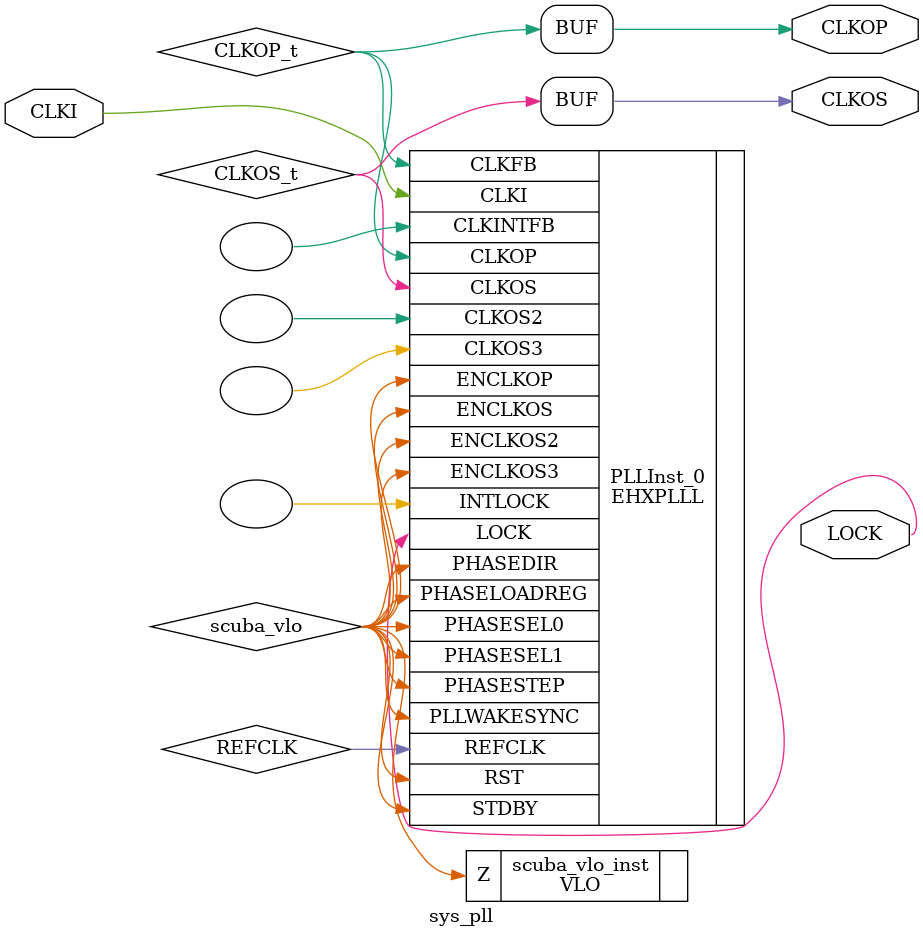
<source format=v>
/* Verilog netlist generated by SCUBA Diamond (64-bit) 3.10.0.111.2 */
/* Module Version: 5.7 */
/* /usr/local/diamond/3.10_x64/ispfpga/bin/lin64/scuba -w -n sys_pll -lang verilog -synth synplify -bus_exp 7 -bb -arch sa5p00 -type pll -fin 125 -fclkop 125 -fclkop_tol 0.0 -fclkos 62.5 -fclkos_tol 0.0 -phases 0 -phase_cntl STATIC -lock -fb_mode 1 -fdc /home/anurag/Desktop/FPGA/higgs_sdr_rev2/fpgas/cs/cs03/ip/sys_pll/sys_pll.fdc  */
/* Thu Mar 15 10:49:30 2018 */


`timescale 1 ns / 1 ps
module sys_pll (CLKI, CLKOP, CLKOS, LOCK)/* synthesis NGD_DRC_MASK=1 */;
    input wire CLKI;
    output wire CLKOP;
    output wire CLKOS;
    output wire LOCK;

    wire REFCLK;
    wire CLKOS_t;
    wire CLKOP_t;
    wire scuba_vhi;
    wire scuba_vlo;

    VHI scuba_vhi_inst (.Z(scuba_vhi));

    VLO scuba_vlo_inst (.Z(scuba_vlo));

    defparam PLLInst_0.PLLRST_ENA = "DISABLED" ;
    defparam PLLInst_0.INTFB_WAKE = "DISABLED" ;
    defparam PLLInst_0.STDBY_ENABLE = "DISABLED" ;
    defparam PLLInst_0.DPHASE_SOURCE = "DISABLED" ;
    defparam PLLInst_0.CLKOS3_FPHASE = 0 ;
    defparam PLLInst_0.CLKOS3_CPHASE = 0 ;
    defparam PLLInst_0.CLKOS2_FPHASE = 0 ;
    defparam PLLInst_0.CLKOS2_CPHASE = 0 ;
    defparam PLLInst_0.CLKOS_FPHASE = 0 ;
    defparam PLLInst_0.CLKOS_CPHASE = 9 ;
    defparam PLLInst_0.CLKOP_FPHASE = 0 ;
    defparam PLLInst_0.CLKOP_CPHASE = 4 ;
    defparam PLLInst_0.PLL_LOCK_MODE = 0 ;
    defparam PLLInst_0.CLKOS_TRIM_DELAY = 0 ;
    defparam PLLInst_0.CLKOS_TRIM_POL = "FALLING" ;
    defparam PLLInst_0.CLKOP_TRIM_DELAY = 0 ;
    defparam PLLInst_0.CLKOP_TRIM_POL = "FALLING" ;
    defparam PLLInst_0.OUTDIVIDER_MUXD = "DIVD" ;
    defparam PLLInst_0.CLKOS3_ENABLE = "DISABLED" ;
    defparam PLLInst_0.OUTDIVIDER_MUXC = "DIVC" ;
    defparam PLLInst_0.CLKOS2_ENABLE = "DISABLED" ;
    defparam PLLInst_0.OUTDIVIDER_MUXB = "DIVB" ;
    defparam PLLInst_0.CLKOS_ENABLE = "ENABLED" ;
    defparam PLLInst_0.OUTDIVIDER_MUXA = "DIVA" ;
    defparam PLLInst_0.CLKOP_ENABLE = "ENABLED" ;
    defparam PLLInst_0.CLKOS3_DIV = 1 ;
    defparam PLLInst_0.CLKOS2_DIV = 1 ;
    defparam PLLInst_0.CLKOS_DIV = 10 ;
    defparam PLLInst_0.CLKOP_DIV = 5 ;
    defparam PLLInst_0.CLKFB_DIV = 1 ;
    defparam PLLInst_0.CLKI_DIV = 1 ;
    defparam PLLInst_0.FEEDBK_PATH = "CLKOP" ;
    EHXPLLL PLLInst_0 (.CLKI(CLKI), .CLKFB(CLKOP_t), .PHASESEL1(scuba_vlo), 
        .PHASESEL0(scuba_vlo), .PHASEDIR(scuba_vlo), .PHASESTEP(scuba_vlo), 
        .PHASELOADREG(scuba_vlo), .STDBY(scuba_vlo), .PLLWAKESYNC(scuba_vlo), 
        .RST(scuba_vlo), .ENCLKOP(scuba_vlo), .ENCLKOS(scuba_vlo), .ENCLKOS2(scuba_vlo), 
        .ENCLKOS3(scuba_vlo), .CLKOP(CLKOP_t), .CLKOS(CLKOS_t), .CLKOS2(), 
        .CLKOS3(), .LOCK(LOCK), .INTLOCK(), .REFCLK(REFCLK), .CLKINTFB())
             /* synthesis FREQUENCY_PIN_CLKOS="62.500000" */
             /* synthesis FREQUENCY_PIN_CLKOP="125.000000" */
             /* synthesis FREQUENCY_PIN_CLKI="125.000000" */
             /* synthesis ICP_CURRENT="13" */
             /* synthesis LPF_RESISTOR="24" */;

    assign CLKOS = CLKOS_t;
    assign CLKOP = CLKOP_t;


    // exemplar begin
    // exemplar attribute PLLInst_0 FREQUENCY_PIN_CLKOS 62.500000
    // exemplar attribute PLLInst_0 FREQUENCY_PIN_CLKOP 125.000000
    // exemplar attribute PLLInst_0 FREQUENCY_PIN_CLKI 125.000000
    // exemplar attribute PLLInst_0 ICP_CURRENT 13
    // exemplar attribute PLLInst_0 LPF_RESISTOR 24
    // exemplar end

endmodule

</source>
